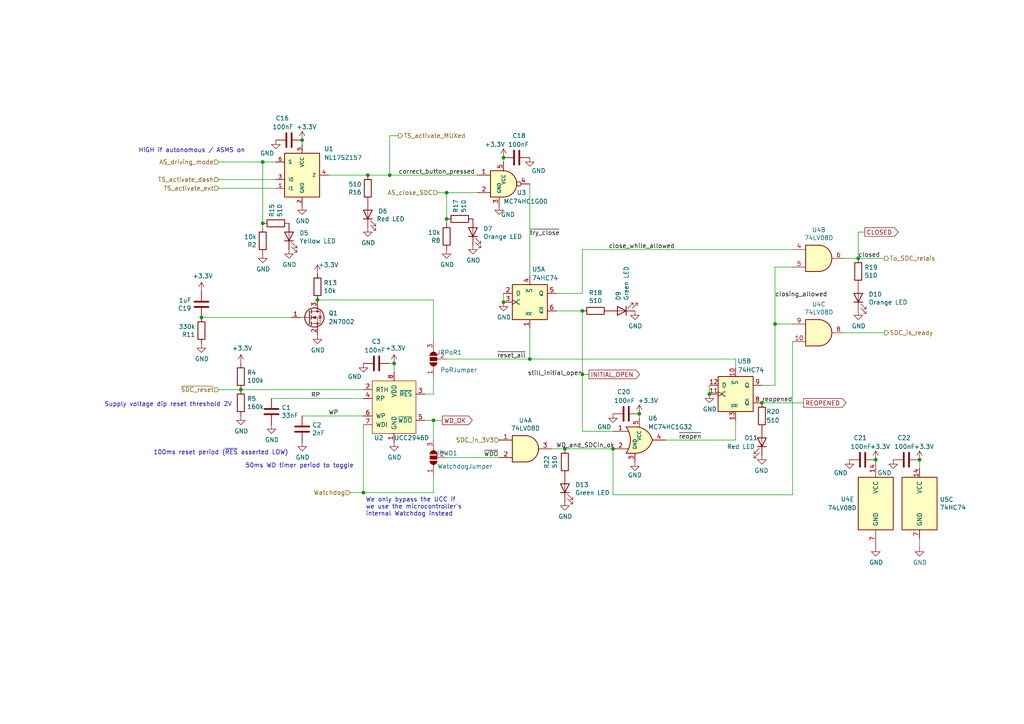
<source format=kicad_sch>
(kicad_sch (version 20211123) (generator eeschema)
  (paper "A4")
  (title_block (title "SDCL - Non-Programmable Logic") (date "2021-12-16") (rev "v1.0") (company "FaSTTUBe - Formula Student Team TU Berlin") (comment 1 "Car 113") (comment 2 "EBS Electronics") (comment 3 "Compliance for rule T 14.5.1 and T 14.5.2") (comment 4 "Hard-Wired logic for SDC relay latching and activation buttons"))
  (lib_symbols
    (symbol "74xx:74HC74" (pin_names (offset 1.016))
      (property "Reference" "U" (at -7.62 8.89 0))
      (property "Value" "74HC74" (at -7.62 -8.89 0))
      (symbol "74HC74_1_0"
        (pin input line (at 0 -7.62 90) (length 2.54) (name "~{R}") (number "1"))
        (pin input line (at -7.62 2.54 0) (length 2.54) (name "D") (number "2"))
        (pin input clock (at -7.62 0 0) (length 2.54) (name "C") (number "3"))
        (pin input line (at 0 7.62 270) (length 2.54) (name "~{S}") (number "4"))
        (pin output line (at 7.62 2.54 180) (length 2.54) (name "Q") (number "5"))
        (pin output line (at 7.62 -2.54 180) (length 2.54) (name "~{Q}") (number "6"))
      )
      (symbol "74HC74_1_1"
        (rectangle (start -5.08 5.08) (end 5.08 -5.08) (stroke (width 0.254)) (fill (type background)))
      )
      (symbol "74HC74_2_0"
        (pin input line (at 0 7.62 270) (length 2.54) (name "~{S}") (number "10"))
        (pin input clock (at -7.62 0 0) (length 2.54) (name "C") (number "11"))
        (pin input line (at -7.62 2.54 0) (length 2.54) (name "D") (number "12"))
        (pin input line (at 0 -7.62 90) (length 2.54) (name "~{R}") (number "13"))
        (pin output line (at 7.62 -2.54 180) (length 2.54) (name "~{Q}") (number "8"))
        (pin output line (at 7.62 2.54 180) (length 2.54) (name "Q") (number "9"))
      )
      (symbol "74HC74_2_1"
        (rectangle (start -5.08 5.08) (end 5.08 -5.08) (stroke (width 0.254)) (fill (type background)))
      )
      (symbol "74HC74_3_0"
        (pin power_in line (at 0 10.16 270) (length 2.54) (name "VCC") (number "14"))
        (pin power_in line (at 0 -10.16 90) (length 2.54) (name "GND") (number "7"))
      )
      (symbol "74HC74_3_1"
        (rectangle (start -5.08 7.62) (end 5.08 -7.62) (stroke (width 0.254)) (fill (type background)))
      )
    )
    (symbol "Custom:74LV08D" (pin_names (offset 1.016))
      (property "Reference" "U" (at 3.81 6.35 0))
      (property "Value" "74LV08D" (at 7.62 3.81 0))
      (symbol "74LV08D_1_1"
        (arc (start 0 -3.81) (mid 3.81 0) (end 0 3.81) (stroke (width 0.254)) (fill (type background)))
        (polyline (pts (xy 0 3.81) (xy -3.81 3.81) (xy -3.81 -3.81) (xy 0 -3.81)) (stroke (width 0.254)) (fill (type background)))
        (pin input line (at -7.62 2.54 0) (length 3.81) (name "~") (number "1"))
        (pin input line (at -7.62 -2.54 0) (length 3.81) (name "~") (number "2"))
        (pin output line (at 7.62 0 180) (length 3.81) (name "~") (number "3"))
      )
      (symbol "74LV08D_1_2"
        (arc (start -3.81 -3.81) (mid -2.589 0) (end -3.81 3.81) (stroke (width 0.254)))
        (arc (start -0.6096 -3.81) (mid 2.1842 -2.5851) (end 3.81 0) (stroke (width 0.254)) (fill (type background)))
        (polyline (pts (xy -3.81 -3.81) (xy -0.635 -3.81)) (stroke (width 0.254)) (fill (type background)))
        (polyline (pts (xy -3.81 3.81) (xy -0.635 3.81)) (stroke (width 0.254)) (fill (type background)))
        (polyline (pts (xy -0.635 3.81) (xy -3.81 3.81) (xy -3.81 3.81) (xy -3.556 3.4036) (xy -3.0226 2.2606) (xy -2.6924 1.0414) (xy -2.6162 -0.254) (xy -2.7686 -1.4986) (xy -3.175 -2.7178) (xy -3.81 -3.81) (xy -3.81 -3.81) (xy -0.635 -3.81)) (stroke (width -25.4)) (fill (type background)))
        (arc (start 3.81 0) (mid 2.1915 2.5936) (end -0.6096 3.81) (stroke (width 0.254)) (fill (type background)))
        (pin input inverted (at -7.62 2.54 0) (length 4.318) (name "~") (number "1"))
        (pin input inverted (at -7.62 -2.54 0) (length 4.318) (name "~") (number "2"))
        (pin output inverted (at 7.62 0 180) (length 3.81) (name "~") (number "3"))
      )
      (symbol "74LV08D_2_1"
        (arc (start 0 -3.81) (mid 3.81 0) (end 0 3.81) (stroke (width 0.254)) (fill (type background)))
        (polyline (pts (xy 0 3.81) (xy -3.81 3.81) (xy -3.81 -3.81) (xy 0 -3.81)) (stroke (width 0.254)) (fill (type background)))
        (pin input line (at -7.62 2.54 0) (length 3.81) (name "~") (number "4"))
        (pin input line (at -7.62 -2.54 0) (length 3.81) (name "~") (number "5"))
        (pin output line (at 7.62 0 180) (length 3.81) (name "~") (number "6"))
      )
      (symbol "74LV08D_2_2"
        (arc (start -3.81 -3.81) (mid -2.589 0) (end -3.81 3.81) (stroke (width 0.254)))
        (arc (start -0.6096 -3.81) (mid 2.1842 -2.5851) (end 3.81 0) (stroke (width 0.254)) (fill (type background)))
        (polyline (pts (xy -3.81 -3.81) (xy -0.635 -3.81)) (stroke (width 0.254)) (fill (type background)))
        (polyline (pts (xy -3.81 3.81) (xy -0.635 3.81)) (stroke (width 0.254)) (fill (type background)))
        (polyline (pts (xy -0.635 3.81) (xy -3.81 3.81) (xy -3.81 3.81) (xy -3.556 3.4036) (xy -3.0226 2.2606) (xy -2.6924 1.0414) (xy -2.6162 -0.254) (xy -2.7686 -1.4986) (xy -3.175 -2.7178) (xy -3.81 -3.81) (xy -3.81 -3.81) (xy -0.635 -3.81)) (stroke (width -25.4)) (fill (type background)))
        (arc (start 3.81 0) (mid 2.1915 2.5936) (end -0.6096 3.81) (stroke (width 0.254)) (fill (type background)))
        (pin input inverted (at -7.62 2.54 0) (length 4.318) (name "~") (number "4"))
        (pin input inverted (at -7.62 -2.54 0) (length 4.318) (name "~") (number "5"))
        (pin output inverted (at 7.62 0 180) (length 3.81) (name "~") (number "6"))
      )
      (symbol "74LV08D_3_1"
        (arc (start 0 -3.81) (mid 3.81 0) (end 0 3.81) (stroke (width 0.254)) (fill (type background)))
        (polyline (pts (xy 0 3.81) (xy -3.81 3.81) (xy -3.81 -3.81) (xy 0 -3.81)) (stroke (width 0.254)) (fill (type background)))
        (pin input line (at -7.62 -2.54 0) (length 3.81) (name "~") (number "10"))
        (pin output line (at 7.62 0 180) (length 3.81) (name "~") (number "8"))
        (pin input line (at -7.62 2.54 0) (length 3.81) (name "~") (number "9"))
      )
      (symbol "74LV08D_3_2"
        (arc (start -3.81 -3.81) (mid -2.589 0) (end -3.81 3.81) (stroke (width 0.254)))
        (arc (start -0.6096 -3.81) (mid 2.1842 -2.5851) (end 3.81 0) (stroke (width 0.254)) (fill (type background)))
        (polyline (pts (xy -3.81 -3.81) (xy -0.635 -3.81)) (stroke (width 0.254)) (fill (type background)))
        (polyline (pts (xy -3.81 3.81) (xy -0.635 3.81)) (stroke (width 0.254)) (fill (type background)))
        (polyline (pts (xy -0.635 3.81) (xy -3.81 3.81) (xy -3.81 3.81) (xy -3.556 3.4036) (xy -3.0226 2.2606) (xy -2.6924 1.0414) (xy -2.6162 -0.254) (xy -2.7686 -1.4986) (xy -3.175 -2.7178) (xy -3.81 -3.81) (xy -3.81 -3.81) (xy -0.635 -3.81)) (stroke (width -25.4)) (fill (type background)))
        (arc (start 3.81 0) (mid 2.1915 2.5936) (end -0.6096 3.81) (stroke (width 0.254)) (fill (type background)))
        (pin input inverted (at -7.62 -2.54 0) (length 4.318) (name "~") (number "10"))
        (pin output inverted (at 7.62 0 180) (length 3.81) (name "~") (number "8"))
        (pin input inverted (at -7.62 2.54 0) (length 4.318) (name "~") (number "9"))
      )
      (symbol "74LV08D_4_1"
        (arc (start 0 -3.81) (mid 3.81 0) (end 0 3.81) (stroke (width 0.254)) (fill (type background)))
        (polyline (pts (xy 0 3.81) (xy -3.81 3.81) (xy -3.81 -3.81) (xy 0 -3.81)) (stroke (width 0.254)) (fill (type background)))
        (pin output line (at 7.62 0 180) (length 3.81) (name "~") (number "11"))
        (pin input line (at -7.62 2.54 0) (length 3.81) (name "~") (number "12"))
        (pin input line (at -7.62 -2.54 0) (length 3.81) (name "~") (number "13"))
      )
      (symbol "74LV08D_4_2"
        (arc (start -3.81 -3.81) (mid -2.589 0) (end -3.81 3.81) (stroke (width 0.254)))
        (arc (start -0.6096 -3.81) (mid 2.1842 -2.5851) (end 3.81 0) (stroke (width 0.254)) (fill (type background)))
        (polyline (pts (xy -3.81 -3.81) (xy -0.635 -3.81)) (stroke (width 0.254)) (fill (type background)))
        (polyline (pts (xy -3.81 3.81) (xy -0.635 3.81)) (stroke (width 0.254)) (fill (type background)))
        (polyline (pts (xy -0.635 3.81) (xy -3.81 3.81) (xy -3.81 3.81) (xy -3.556 3.4036) (xy -3.0226 2.2606) (xy -2.6924 1.0414) (xy -2.6162 -0.254) (xy -2.7686 -1.4986) (xy -3.175 -2.7178) (xy -3.81 -3.81) (xy -3.81 -3.81) (xy -0.635 -3.81)) (stroke (width -25.4)) (fill (type background)))
        (arc (start 3.81 0) (mid 2.1915 2.5936) (end -0.6096 3.81) (stroke (width 0.254)) (fill (type background)))
        (pin output inverted (at 7.62 0 180) (length 3.81) (name "~") (number "11"))
        (pin input inverted (at -7.62 2.54 0) (length 4.318) (name "~") (number "12"))
        (pin input inverted (at -7.62 -2.54 0) (length 4.318) (name "~") (number "13"))
      )
      (symbol "74LV08D_5_0"
        (pin power_in line (at 0 12.7 270) (length 5.08) (name "VCC") (number "14"))
        (pin power_in line (at 0 -12.7 90) (length 5.08) (name "GND") (number "7"))
      )
      (symbol "74LV08D_5_1"
        (rectangle (start -5.08 7.62) (end 5.08 -7.62) (stroke (width 0.254)) (fill (type background)))
      )
    )
    (symbol "Custom:MC74HC1G00" (pin_names (offset 1.016))
      (property "Reference" "U" (at 1.27 7.62 0))
      (property "Value" "MC74HC1G00" (at 7.62 5.08 0))
      (symbol "MC74HC1G00_1_1"
        (arc (start 0 -3.81) (mid 3.81 0) (end 0 3.81) (stroke (width 0.254)) (fill (type background)))
        (polyline (pts (xy 0 3.81) (xy -3.81 3.81) (xy -3.81 -3.81) (xy 0 -3.81)) (stroke (width 0.254)) (fill (type background)))
        (pin input line (at -7.62 2.54 0) (length 3.81) (name "~") (number "1"))
        (pin input line (at -7.62 -2.54 0) (length 3.81) (name "~") (number "2"))
        (pin power_in line (at -1.27 -6.35 90) (length 2.54) (name "GND") (number "3"))
        (pin output inverted (at 7.62 0 180) (length 3.81) (name "~") (number "4"))
        (pin power_in line (at 0 6.35 270) (length 2.54) (name "VCC") (number "5"))
      )
      (symbol "MC74HC1G00_1_2"
        (arc (start -3.81 -3.81) (mid -2.589 0) (end -3.81 3.81) (stroke (width 0.254)))
        (arc (start -0.6096 -3.81) (mid 2.1842 -2.5851) (end 3.81 0) (stroke (width 0.254)) (fill (type background)))
        (polyline (pts (xy -3.81 -3.81) (xy -0.635 -3.81)) (stroke (width 0.254)) (fill (type background)))
        (polyline (pts (xy -3.81 3.81) (xy -0.635 3.81)) (stroke (width 0.254)) (fill (type background)))
        (polyline (pts (xy -0.635 3.81) (xy -3.81 3.81) (xy -3.81 3.81) (xy -3.556 3.4036) (xy -3.0226 2.2606) (xy -2.6924 1.0414) (xy -2.6162 -0.254) (xy -2.7686 -1.4986) (xy -3.175 -2.7178) (xy -3.81 -3.81) (xy -3.81 -3.81) (xy -0.635 -3.81)) (stroke (width -25.4)) (fill (type background)))
        (arc (start 3.81 0) (mid 2.1915 2.5936) (end -0.6096 3.81) (stroke (width 0.254)) (fill (type background)))
        (pin input inverted (at -7.62 2.54 0) (length 4.318) (name "~") (number "1"))
        (pin input inverted (at -7.62 -2.54 0) (length 4.318) (name "~") (number "2"))
        (pin output line (at 7.62 0 180) (length 3.81) (name "~") (number "3"))
      )
    )
    (symbol "Custom:MC74HC1G32" (pin_names (offset 1.016))
      (property "Reference" "U" (at 3.81 6.35 0))
      (property "Value" "MC74HC1G32" (at 8.89 3.81 0))
      (symbol "MC74HC1G32_1_1"
        (arc (start -3.81 -3.81) (mid -2.589 0) (end -3.81 3.81) (stroke (width 0.254)))
        (arc (start -0.6096 -3.81) (mid 2.1842 -2.5851) (end 3.81 0) (stroke (width 0.254)) (fill (type background)))
        (polyline (pts (xy -3.81 -3.81) (xy -0.635 -3.81)) (stroke (width 0.254)) (fill (type background)))
        (polyline (pts (xy -3.81 3.81) (xy -0.635 3.81)) (stroke (width 0.254)) (fill (type background)))
        (polyline (pts (xy -0.635 3.81) (xy -3.81 3.81) (xy -3.81 3.81) (xy -3.556 3.4036) (xy -3.0226 2.2606) (xy -2.6924 1.0414) (xy -2.6162 -0.254) (xy -2.7686 -1.4986) (xy -3.175 -2.7178) (xy -3.81 -3.81) (xy -3.81 -3.81) (xy -0.635 -3.81)) (stroke (width -25.4)) (fill (type background)))
        (arc (start 3.81 0) (mid 2.1915 2.5936) (end -0.6096 3.81) (stroke (width 0.254)) (fill (type background)))
        (pin input line (at -7.62 2.54 0) (length 4.318) (name "~") (number "1"))
        (pin input line (at -7.62 -2.54 0) (length 4.318) (name "~") (number "2"))
        (pin power_in line (at -1.27 -6.35 90) (length 2.54) (name "GND") (number "3"))
        (pin output line (at 7.62 0 180) (length 3.81) (name "~") (number "4"))
        (pin power_in line (at 0 6.35 270) (length 2.54) (name "VCC") (number "5"))
      )
      (symbol "MC74HC1G32_1_2"
        (arc (start 0 -3.81) (mid 3.81 0) (end 0 3.81) (stroke (width 0.254)) (fill (type background)))
        (polyline (pts (xy 0 3.81) (xy -3.81 3.81) (xy -3.81 -3.81) (xy 0 -3.81)) (stroke (width 0.254)) (fill (type background)))
        (pin input inverted (at -7.62 2.54 0) (length 3.81) (name "~") (number "1"))
        (pin input inverted (at -7.62 -2.54 0) (length 3.81) (name "~") (number "2"))
        (pin output inverted (at 7.62 0 180) (length 3.81) (name "~") (number "3"))
      )
    )
    (symbol "Custom:NL17SZ157" (pin_names (offset 1.016))
      (property "Reference" "U" (at 0 15.24 0))
      (property "Value" "NL17SZ157" (at 0 12.7 0))
      (symbol "NL17SZ157_1_1"
        (rectangle (start -5.08 6.35) (end 5.08 -6.35) (stroke (width 0.254)) (fill (type background)))
        (pin input line (at -7.62 -3.81 0) (length 2.54) (name "I1") (number "1"))
        (pin power_in line (at 0 -8.89 90) (length 2.54) (name "GND") (number "2"))
        (pin input line (at -7.62 -1.27 0) (length 2.54) (name "I0") (number "3"))
        (pin output line (at 7.62 0 180) (length 2.54) (name "Z") (number "4"))
        (pin power_in line (at 0 8.89 270) (length 2.54) (name "VCC") (number "5"))
        (pin input line (at -7.62 3.81 0) (length 2.54) (name "S") (number "6"))
      )
    )
    (symbol "Custom:UCC2946" (pin_names (offset 1.016))
      (property "Reference" "U" (at 0 15.24 0))
      (property "Value" "UCC2946" (at 0 12.7 0))
      (symbol "UCC2946_0_1"
        (rectangle (start -6.35 7.62) (end 6.35 -7.62) (fill (type background)))
      )
      (symbol "UCC2946_1_1"
        (pin power_in line (at 0 -10.16 90) (length 2.54) (name "GND") (number "1"))
        (pin input line (at -8.89 5.08 0) (length 2.54) (name "RTH") (number "2"))
        (pin input line (at 8.89 3.81 180) (length 2.54) (name "~{RES}") (number "3"))
        (pin input line (at -8.89 2.54 0) (length 2.54) (name "RP") (number "4"))
        (pin input line (at 8.89 -3.81 180) (length 2.54) (name "~{WDO}") (number "5"))
        (pin input line (at -8.89 -2.54 0) (length 2.54) (name "WP") (number "6"))
        (pin input line (at -8.89 -5.08 0) (length 2.54) (name "WDI") (number "7"))
        (pin power_in line (at 0 10.16 270) (length 2.54) (name "VDD") (number "8"))
      )
    )
    (symbol "Device:C" (pin_numbers hide) (pin_names (offset 0.254))
      (property "Reference" "C" (at 0.635 2.54 0))
      (property "Value" "C" (at 0.635 -2.54 0))
      (symbol "C_0_1"
        (polyline (pts (xy -2.032 -0.762) (xy 2.032 -0.762)) (stroke (width 0.508)))
        (polyline (pts (xy -2.032 0.762) (xy 2.032 0.762)) (stroke (width 0.508)))
      )
      (symbol "C_1_1"
        (pin passive line (at 0 3.81 270) (length 2.794) (name "~") (number "1"))
        (pin passive line (at 0 -3.81 90) (length 2.794) (name "~") (number "2"))
      )
    )
    (symbol "Device:LED" (pin_numbers hide) (pin_names (offset 1.016) hide)
      (property "Reference" "D" (at 0 2.54 0))
      (property "Value" "LED" (at 0 -2.54 0))
      (symbol "LED_0_1"
        (polyline (pts (xy -1.27 -1.27) (xy -1.27 1.27)) (stroke (width 0.254)))
        (polyline (pts (xy -1.27 0) (xy 1.27 0)))
        (polyline (pts (xy 1.27 -1.27) (xy 1.27 1.27) (xy -1.27 0) (xy 1.27 -1.27)) (stroke (width 0.254)))
        (polyline (pts (xy -3.048 -0.762) (xy -4.572 -2.286) (xy -3.81 -2.286) (xy -4.572 -2.286) (xy -4.572 -1.524)))
        (polyline (pts (xy -1.778 -0.762) (xy -3.302 -2.286) (xy -2.54 -2.286) (xy -3.302 -2.286) (xy -3.302 -1.524)))
      )
      (symbol "LED_1_1"
        (pin passive line (at -3.81 0 0) (length 2.54) (name "K") (number "1"))
        (pin passive line (at 3.81 0 180) (length 2.54) (name "A") (number "2"))
      )
    )
    (symbol "Device:Q_NMOS_GSD" (pin_names (offset 0) hide)
      (property "Reference" "Q" (at 5.08 1.27 0))
      (property "Value" "Q_NMOS_GSD" (at 5.08 -1.27 0))
      (symbol "Q_NMOS_GSD_0_1"
        (polyline (pts (xy 0.254 0) (xy -2.54 0)))
        (polyline (pts (xy 0.254 1.905) (xy 0.254 -1.905)) (stroke (width 0.254)))
        (polyline (pts (xy 0.762 -1.27) (xy 0.762 -2.286)) (stroke (width 0.254)))
        (polyline (pts (xy 0.762 0.508) (xy 0.762 -0.508)) (stroke (width 0.254)))
        (polyline (pts (xy 0.762 2.286) (xy 0.762 1.27)) (stroke (width 0.254)))
        (polyline (pts (xy 2.54 2.54) (xy 2.54 1.778)))
        (polyline (pts (xy 2.54 -2.54) (xy 2.54 0) (xy 0.762 0)))
        (polyline (pts (xy 0.762 -1.778) (xy 3.302 -1.778) (xy 3.302 1.778) (xy 0.762 1.778)))
        (polyline (pts (xy 1.016 0) (xy 2.032 0.381) (xy 2.032 -0.381) (xy 1.016 0)) (fill (type outline)))
        (polyline (pts (xy 2.794 0.508) (xy 2.921 0.381) (xy 3.683 0.381) (xy 3.81 0.254)))
        (polyline (pts (xy 3.302 0.381) (xy 2.921 -0.254) (xy 3.683 -0.254) (xy 3.302 0.381)))
        (circle (center 1.651 0) (radius 2.794) (stroke (width 0.254)))
        (circle (center 2.54 -1.778) (radius 0.254) (fill (type outline)))
        (circle (center 2.54 1.778) (radius 0.254) (fill (type outline)))
      )
      (symbol "Q_NMOS_GSD_1_1"
        (pin input line (at -5.08 0 0) (length 2.54) (name "G") (number "1"))
        (pin passive line (at 2.54 -5.08 90) (length 2.54) (name "S") (number "2"))
        (pin passive line (at 2.54 5.08 270) (length 2.54) (name "D") (number "3"))
      )
    )
    (symbol "Device:R" (pin_numbers hide) (pin_names (offset 0))
      (property "Reference" "R" (at 2.032 0 90))
      (property "Value" "R" (at 0 0 90))
      (symbol "R_0_1"
        (rectangle (start -1.016 -2.54) (end 1.016 2.54) (stroke (width 0.254)))
      )
      (symbol "R_1_1"
        (pin passive line (at 0 3.81 270) (length 1.27) (name "~") (number "1"))
        (pin passive line (at 0 -3.81 90) (length 1.27) (name "~") (number "2"))
      )
    )
    (symbol "Jumper:SolderJumper_3_Open" (pin_names (offset 0) hide)
      (property "Reference" "JP" (at -2.54 -2.54 0))
      (property "Value" "SolderJumper_3_Open" (at 0 2.794 0))
      (symbol "SolderJumper_3_Open_0_1"
        (arc (start -1.016 1.016) (mid -2.032 0) (end -1.016 -1.016))
        (arc (start -1.016 1.016) (mid -2.032 0) (end -1.016 -1.016) (fill (type outline)))
        (rectangle (start -0.508 1.016) (end 0.508 -1.016) (fill (type outline)))
        (polyline (pts (xy -2.54 0) (xy -2.032 0)))
        (polyline (pts (xy -1.016 1.016) (xy -1.016 -1.016)))
        (polyline (pts (xy 0 -1.27) (xy 0 -1.016)))
        (polyline (pts (xy 1.016 1.016) (xy 1.016 -1.016)))
        (polyline (pts (xy 2.54 0) (xy 2.032 0)))
        (arc (start 1.016 -1.016) (mid 2.032 0) (end 1.016 1.016))
        (arc (start 1.016 -1.016) (mid 2.032 0) (end 1.016 1.016) (fill (type outline)))
      )
      (symbol "SolderJumper_3_Open_1_1"
        (pin passive line (at -5.08 0 0) (length 2.54) (name "A") (number "1"))
        (pin passive line (at 0 -3.81 90) (length 2.54) (name "C") (number "2"))
        (pin passive line (at 5.08 0 180) (length 2.54) (name "B") (number "3"))
      )
    )
    (symbol "power:+3.3V" (power) (pin_names (offset 0))
      (property "Value" "+3.3V" (at 0 3.556 0))
      (symbol "+3.3V_0_1"
        (polyline (pts (xy -0.762 1.27) (xy 0 2.54)))
        (polyline (pts (xy 0 0) (xy 0 2.54)))
        (polyline (pts (xy 0 2.54) (xy 0.762 1.27)))
      )
      (symbol "+3.3V_1_1"
        (pin power_in line (at 0 0 90) (length 0) hide (name "+3.3V") (number "1"))
      )
    )
    (symbol "power:GND" (power) (pin_names (offset 0))
      (property "Value" "GND" (at 0 -3.81 0))
      (symbol "GND_0_1"
        (polyline (pts (xy 0 0) (xy 0 -1.27) (xy 1.27 -1.27) (xy 0 -2.54) (xy -1.27 -1.27) (xy 0 -1.27)))
      )
      (symbol "GND_1_1"
        (pin power_in line (at 0 0 270) (length 0) hide (name "GND") (number "1"))
      )
    )
  )
  (junction (at 185.42 120.015))
  (junction (at 168.91 108.585))
  (junction (at 114.3 105.41))
  (junction (at 224.79 93.98))
  (junction (at 113.03 50.8))
  (junction (at 129.54 63.5))
  (junction (at 220.98 116.84))
  (junction (at 168.91 90.17))
  (junction (at 248.92 74.93))
  (junction (at 266.7 133.35))
  (junction (at 92.075 86.995))
  (junction (at 146.05 87.63))
  (junction (at 125.73 121.92))
  (junction (at 76.2 64.77))
  (junction (at 105.41 142.875))
  (junction (at 163.83 130.175))
  (junction (at 146.05 45.72))
  (junction (at 177.8 130.175))
  (junction (at 106.68 50.8))
  (junction (at 153.67 104.14))
  (junction (at 58.42 92.075))
  (junction (at 254 133.35))
  (junction (at 129.54 55.88))
  (junction (at 69.85 113.03))
  (junction (at 76.2 46.99))
  (junction (at 87.63 40.64))
  (junction (at 205.74 114.3))
  (wire (pts (xy 63.5 54.61) (xy 80.01 54.61)))
  (wire (pts (xy 245.11 96.52) (xy 256.54 96.52)))
  (wire (pts (xy 224.79 111.76) (xy 224.79 93.98)))
  (wire (pts (xy 161.29 85.09) (xy 168.91 85.09)))
  (wire (pts (xy 213.36 104.14) (xy 153.67 104.14)))
  (wire (pts (xy 128.27 121.92) (xy 125.73 121.92)))
  (wire (pts (xy 113.03 50.8) (xy 138.43 50.8)))
  (wire (pts (xy 127 55.88) (xy 129.54 55.88)))
  (wire (pts (xy 113.03 39.37) (xy 115.57 39.37)))
  (wire (pts (xy 153.67 53.34) (xy 153.67 80.01)))
  (wire (pts (xy 87.63 40.64) (xy 87.63 41.91)))
  (wire (pts (xy 168.91 108.585) (xy 168.91 125.095)))
  (wire (pts (xy 69.85 113.03) (xy 105.41 113.03)))
  (wire (pts (xy 125.73 99.06) (xy 125.73 86.995)))
  (wire (pts (xy 250.825 67.31) (xy 248.92 67.31)))
  (wire (pts (xy 224.79 93.98) (xy 224.79 77.47)))
  (wire (pts (xy 123.19 114.3) (xy 125.73 114.3)))
  (wire (pts (xy 106.68 50.8) (xy 113.03 50.8)))
  (wire (pts (xy 125.73 127.635) (xy 125.73 121.92)))
  (wire (pts (xy 63.5 46.99) (xy 76.2 46.99)))
  (wire (pts (xy 224.79 77.47) (xy 229.87 77.47)))
  (wire (pts (xy 129.54 104.14) (xy 153.67 104.14)))
  (wire (pts (xy 129.54 55.88) (xy 138.43 55.88)))
  (wire (pts (xy 213.36 127.635) (xy 213.36 121.92)))
  (wire (pts (xy 76.2 46.99) (xy 76.2 64.77)))
  (wire (pts (xy 125.73 137.795) (xy 125.73 142.875)))
  (wire (pts (xy 168.91 90.17) (xy 161.29 90.17)))
  (wire (pts (xy 163.83 130.175) (xy 177.8 130.175)))
  (wire (pts (xy 95.25 50.8) (xy 106.68 50.8)))
  (wire (pts (xy 185.42 120.015) (xy 185.42 121.285)))
  (wire (pts (xy 168.91 90.17) (xy 168.91 108.585)))
  (wire (pts (xy 213.36 104.14) (xy 213.36 106.68)))
  (wire (pts (xy 63.5 113.03) (xy 69.85 113.03)))
  (wire (pts (xy 266.7 135.89) (xy 266.7 133.35)))
  (wire (pts (xy 78.74 115.57) (xy 105.41 115.57)))
  (wire (pts (xy 193.04 127.635) (xy 213.36 127.635)))
  (wire (pts (xy 58.42 92.075) (xy 84.455 92.075)))
  (wire (pts (xy 113.03 105.41) (xy 114.3 105.41)))
  (wire (pts (xy 177.8 143.51) (xy 177.8 130.175)))
  (wire (pts (xy 114.3 105.41) (xy 114.3 107.95)))
  (wire (pts (xy 129.54 132.715) (xy 144.78 132.715)))
  (wire (pts (xy 153.67 95.25) (xy 153.67 104.14)))
  (wire (pts (xy 168.91 72.39) (xy 168.91 85.09)))
  (wire (pts (xy 123.19 121.92) (xy 125.73 121.92)))
  (wire (pts (xy 220.98 116.84) (xy 233.045 116.84)))
  (wire (pts (xy 129.54 63.5) (xy 129.54 64.77)))
  (wire (pts (xy 220.98 111.76) (xy 224.79 111.76)))
  (wire (pts (xy 125.73 142.875) (xy 105.41 142.875)))
  (wire (pts (xy 125.73 86.995) (xy 92.075 86.995)))
  (wire (pts (xy 266.7 158.75) (xy 266.7 156.21)))
  (wire (pts (xy 160.02 130.175) (xy 163.83 130.175)))
  (wire (pts (xy 248.92 74.93) (xy 256.54 74.93)))
  (wire (pts (xy 101.6 142.875) (xy 105.41 142.875)))
  (wire (pts (xy 146.05 45.72) (xy 146.05 46.99)))
  (wire (pts (xy 76.2 64.77) (xy 76.2 66.04)))
  (wire (pts (xy 63.5 52.07) (xy 80.01 52.07)))
  (wire (pts (xy 168.91 125.095) (xy 177.8 125.095)))
  (wire (pts (xy 205.74 111.76) (xy 205.74 114.3)))
  (wire (pts (xy 248.92 67.31) (xy 248.92 74.93)))
  (wire (pts (xy 146.05 85.09) (xy 146.05 87.63)))
  (wire (pts (xy 129.54 55.88) (xy 129.54 63.5)))
  (wire (pts (xy 113.03 39.37) (xy 113.03 50.8)))
  (wire (pts (xy 229.87 93.98) (xy 224.79 93.98)))
  (wire (pts (xy 168.91 72.39) (xy 229.87 72.39)))
  (wire (pts (xy 105.41 142.875) (xy 105.41 123.19)))
  (wire (pts (xy 125.73 109.22) (xy 125.73 114.3)))
  (wire (pts (xy 76.2 46.99) (xy 80.01 46.99)))
  (wire (pts (xy 168.91 108.585) (xy 170.815 108.585)))
  (wire (pts (xy 245.11 74.93) (xy 248.92 74.93)))
  (wire (pts (xy 229.87 99.06) (xy 229.87 143.51)))
  (wire (pts (xy 229.87 143.51) (xy 177.8 143.51)))
  (wire (pts (xy 87.63 120.65) (xy 105.41 120.65)))
  (text "Supply voltage dip reset threshold 2V" (at 67.31 118.11 180) (effects (font (size 1.27 1.27)) (justify right bottom)))
  (text "100ms reset period (~{RES} asserted LOW)" (at 44.45 132.08 0) (effects (font (size 1.27 1.27)) (justify left bottom)))
  (text "50ms WD timer period to toggle" (at 71.12 135.89 0) (effects (font (size 1.27 1.27)) (justify left bottom)))
  (text "HIGH if autonomous / ASMS on" (at 71.12 44.45 180) (effects (font (size 1.27 1.27)) (justify right bottom)))
  (text "We only bypass the UCC if\nwe use the microcontroller's\ninternal Watchdog instead\n" (at 106.045 149.86 0) (effects (font (size 1.27 1.27)) (justify left bottom)))
  (label "~{reopen}" (at 196.85 127.635 0))
  (label "reopened" (at 220.98 116.84 0))
  (label "correct_button_pressed" (at 115.57 50.8 0))
  (label "WP" (at 95.25 120.65 0))
  (label "WD_and_SDCin_ok" (at 161.29 130.175 0))
  (label "close_while_allowed" (at 176.53 72.39 0))
  (label "~{reset_all}" (at 144.145 104.14 0))
  (label "closing_allowed" (at 224.79 86.36 0))
  (label "~{WDO}" (at 140.335 132.715 0))
  (label "still_initial_open" (at 168.91 109.22 180))
  (label "closed" (at 248.92 74.93 0))
  (label "RP" (at 90.17 115.57 0))
  (label "~{try_close}" (at 153.67 68.58 0))
  (global_label "WD_OK" (shape output) (at 128.27 121.92 0) (property "Intersheet References" "${INTERSHEET_REFS}" (effects hide)))
  (global_label "CLOSED" (shape output) (at 250.825 67.31 0) (property "Intersheet References" "${INTERSHEET_REFS}" (effects hide)))
  (global_label "INITIAL_OPEN" (shape output) (at 170.815 108.585 0) (property "Intersheet References" "${INTERSHEET_REFS}" (effects hide)))
  (global_label "REOPENED" (shape output) (at 233.045 116.84 0) (property "Intersheet References" "${INTERSHEET_REFS}" (effects hide)))
  (hierarchical_label "SDC_in_3V3" (shape input) (at 144.78 127.635 180))
  (hierarchical_label "TS_activate_dash" (shape input) (at 63.5 52.07 180))
  (hierarchical_label "~{SDC_reset}" (shape input) (at 63.5 113.03 180))
  (hierarchical_label "AS_close_SDC" (shape input) (at 127 55.88 180))
  (hierarchical_label "SDC_is_ready" (shape output) (at 256.54 96.52 0))
  (hierarchical_label "TS_activate_MUXed" (shape output) (at 115.57 39.37 0))
  (hierarchical_label "AS_driving_mode" (shape input) (at 63.5 46.99 180))
  (hierarchical_label "TS_activate_ext" (shape input) (at 63.5 54.61 180))
  (hierarchical_label "Watchdog" (shape input) (at 101.6 142.875 180))
  (hierarchical_label "To_SDC_relais" (shape output) (at 256.54 74.93 0))
  (symbol (lib_id "Device:C") (at 78.74 119.38 0) (unit 1)
    (property "Reference" "C1" (at 81.661 118.2116 0) (effects (justify left)))
    (property "Value" "33nF" (at 81.661 120.523 0) (effects (justify left)))
    (property "Footprint" "Capacitor_SMD:C_0603_1608Metric_Pad1.05x0.95mm_HandSolder" (effects hide))
  )
  (symbol (lib_id "Device:C") (at 87.63 124.46 0) (unit 1)
    (property "Reference" "C2" (at 90.551 123.2916 0) (effects (justify left)))
    (property "Value" "2nF" (at 90.551 125.603 0) (effects (justify left)))
    (property "Footprint" "Capacitor_SMD:C_0603_1608Metric_Pad1.05x0.95mm_HandSolder" (effects hide))
  )
  (symbol (lib_id "Custom:UCC2946") (at 114.3 118.11 0) (unit 1)
    (property "Reference" "U2" (at 109.855 127 0))
    (property "Value" "UCC2946D" (at 119.38 127 0))
    (property "Footprint" "Package_SO:SOIC-8_3.9x4.9mm_P1.27mm" (effects hide))
    (property "Datasheet" "https://www.ti.com/lit/ds/symlink/ucc2946.pdf" (effects hide))
  )
  (symbol (lib_id "Device:C") (at 109.22 105.41 90) (unit 1)
    (property "Reference" "C3" (at 110.49 99.06 90) (effects (justify left)))
    (property "Value" "100nF" (at 111.76 101.6 90) (effects (justify left)))
    (property "Footprint" "Capacitor_SMD:C_0603_1608Metric_Pad1.05x0.95mm_HandSolder" (effects hide))
  )
  (symbol (lib_id "Device:R") (at 69.85 116.84 0) (unit 1)
    (property "Reference" "R5" (at 71.628 115.6716 0) (effects (justify left)))
    (property "Value" "160k" (at 71.628 117.983 0) (effects (justify left)))
    (property "Footprint" "Resistor_SMD:R_0603_1608Metric_Pad1.05x0.95mm_HandSolder" (effects hide))
  )
  (symbol (lib_id "Device:R") (at 69.85 109.22 0) (unit 1)
    (property "Reference" "R4" (at 71.628 108.0516 0) (effects (justify left)))
    (property "Value" "100k" (at 71.628 110.363 0) (effects (justify left)))
    (property "Footprint" "Resistor_SMD:R_0603_1608Metric_Pad1.05x0.95mm_HandSolder" (effects hide))
  )
  (symbol (lib_id "Device:R") (at 76.2 69.85 180) (unit 1)
    (property "Reference" "R2" (at 74.422 71.0184 0) (effects (justify left)))
    (property "Value" "10k" (at 74.422 68.707 0) (effects (justify left)))
    (property "Footprint" "Resistor_SMD:R_0603_1608Metric_Pad1.05x0.95mm_HandSolder" (effects hide))
  )
  (symbol (lib_id "power:GND") (at 76.2 73.66 0) (unit 1)
    (property "Reference" "#PWR0109" (effects hide))
    (property "Value" "GND" (at 76.327 78.0542 0))
  )
  (symbol (lib_id "Device:R") (at 129.54 68.58 180) (unit 1)
    (property "Reference" "R8" (at 127.762 69.7484 0) (effects (justify left)))
    (property "Value" "10k" (at 127.762 67.437 0) (effects (justify left)))
    (property "Footprint" "Resistor_SMD:R_0603_1608Metric_Pad1.05x0.95mm_HandSolder" (effects hide))
  )
  (symbol (lib_id "Custom:MC74HC1G00") (at 146.05 53.34 0) (unit 1)
    (property "Reference" "U3" (at 149.86 55.88 0) (effects (justify left)))
    (property "Value" "MC74HC1G00" (at 146.05 58.42 0) (effects (justify left)))
    (property "Footprint" "Custom:SC-74A-5_1.5x2.9mm_P0.95mm" (effects hide))
    (property "Datasheet" "http://www.ti.com/lit/gpn/sn74ls00" (effects hide))
  )
  (symbol (lib_id "power:GND") (at 144.78 59.69 0) (unit 1)
    (property "Reference" "#PWR0122" (effects hide))
    (property "Value" "GND" (at 147.32 62.23 0))
  )
  (symbol (lib_id "power:GND") (at 129.54 72.39 0) (unit 1)
    (property "Reference" "#PWR0111" (effects hide))
    (property "Value" "GND" (at 129.667 76.7842 0))
  )
  (symbol (lib_id "Custom:MC74HC1G32") (at 185.42 127.635 0) (unit 1)
    (property "Reference" "U6" (at 187.96 121.285 0) (effects (justify left)))
    (property "Value" "MC74HC1G32" (at 187.96 123.825 0) (effects (justify left)))
    (property "Footprint" "Custom:SC-74A-5_1.5x2.9mm_P0.95mm" (effects hide))
    (property "Datasheet" "https://www.mouser.de/datasheet/2/308/1/MC74HC1G32_D-2315545.pdf" (effects hide))
  )
  (symbol (lib_id "power:GND") (at 184.15 133.985 0) (unit 1)
    (property "Reference" "#PWR0124" (effects hide))
    (property "Value" "GND" (at 184.15 137.795 0))
  )
  (symbol (lib_id "power:+3.3V") (at 185.42 120.015 0) (unit 1)
    (property "Reference" "#PWR0125" (effects hide))
    (property "Value" "+3.3V" (at 187.96 116.205 0))
  )
  (symbol (lib_id "power:GND") (at 105.41 105.41 0) (unit 1)
    (property "Reference" "#PWR0112" (effects hide))
    (property "Value" "GND" (at 102.87 109.22 0))
  )
  (symbol (lib_id "Custom:74LV08D") (at 152.4 130.175 0) (unit 1)
    (property "Reference" "U4" (at 152.4 121.92 0))
    (property "Value" "74LV08D" (at 152.4 124.2314 0))
    (property "Footprint" "Package_SO:SOIC-14_3.9x8.7mm_P1.27mm" (effects hide))
    (property "Datasheet" "https://www.mouser.de/datasheet/2/916/74LV08-1388983.pdf" (effects hide))
  )
  (symbol (lib_id "power:GND") (at 87.63 128.27 0) (unit 1)
    (property "Reference" "#PWR0113" (effects hide))
    (property "Value" "GND" (at 87.757 132.6642 0))
  )
  (symbol (lib_id "Custom:74LV08D") (at 237.49 74.93 0) (unit 2)
    (property "Reference" "U4" (at 237.49 66.675 0))
    (property "Value" "74LV08D" (at 237.49 68.9864 0))
    (property "Footprint" "Package_SO:SOIC-14_3.9x8.7mm_P1.27mm" (effects hide))
    (property "Datasheet" "https://www.mouser.de/datasheet/2/916/74LV08-1388983.pdf" (effects hide))
  )
  (symbol (lib_id "Custom:74LV08D") (at 237.49 96.52 0) (unit 3)
    (property "Reference" "U4" (at 237.49 88.265 0))
    (property "Value" "74LV08D" (at 237.49 90.5764 0))
    (property "Footprint" "Package_SO:SOIC-14_3.9x8.7mm_P1.27mm" (effects hide))
    (property "Datasheet" "https://www.mouser.de/datasheet/2/916/74LV08-1388983.pdf" (effects hide))
  )
  (symbol (lib_id "power:GND") (at 146.05 87.63 0) (unit 1)
    (property "Reference" "#PWR0115" (effects hide))
    (property "Value" "GND" (at 146.177 92.0242 0))
  )
  (symbol (lib_id "Custom:74LV08D") (at 254 146.05 0) (unit 5)
    (property "Reference" "U4" (at 243.84 144.78 0) (effects (justify left)))
    (property "Value" "74LV08D" (at 240.03 147.32 0) (effects (justify left)))
    (property "Footprint" "Package_SO:SOIC-14_3.9x8.7mm_P1.27mm" (effects hide))
    (property "Datasheet" "https://www.mouser.de/datasheet/2/916/74LV08-1388983.pdf" (effects hide))
  )
  (symbol (lib_id "power:GND") (at 205.74 114.3 0) (unit 1)
    (property "Reference" "#PWR0118" (effects hide))
    (property "Value" "GND" (at 205.867 118.6942 0))
  )
  (symbol (lib_id "power:+3.3V") (at 254 133.35 0) (unit 1)
    (property "Reference" "#PWR0126" (effects hide))
    (property "Value" "+3.3V" (at 255.27 129.54 0))
  )
  (symbol (lib_id "power:GND") (at 254 158.75 0) (unit 1)
    (property "Reference" "#PWR0127" (effects hide))
    (property "Value" "GND" (at 254.127 163.1442 0))
  )
  (symbol (lib_id "power:+3.3V") (at 114.3 105.41 0) (unit 1)
    (property "Reference" "#PWR0128" (effects hide))
    (property "Value" "+3.3V" (at 114.681 101.0158 0))
  )
  (symbol (lib_id "power:+3.3V") (at 69.85 105.41 0) (unit 1)
    (property "Reference" "#PWR0129" (effects hide))
    (property "Value" "+3.3V" (at 70.231 101.0158 0))
  )
  (symbol (lib_id "power:GND") (at 69.85 120.65 0) (unit 1)
    (property "Reference" "#PWR0130" (effects hide))
    (property "Value" "GND" (at 69.977 125.0442 0))
  )
  (symbol (lib_id "power:GND") (at 78.74 123.19 0) (unit 1)
    (property "Reference" "#PWR0131" (effects hide))
    (property "Value" "GND" (at 78.867 127.5842 0))
  )
  (symbol (lib_id "Custom:NL17SZ157") (at 87.63 50.8 0) (unit 1)
    (property "Reference" "U1" (at 93.98 43.18 0) (effects (justify left)))
    (property "Value" "NL17SZ157" (at 93.98 45.72 0) (effects (justify left)))
    (property "Footprint" "Custom:SC-74-6_1.5x2.9mm_P0.95mm" (effects hide))
    (property "Datasheet" "https://www.mouser.de/datasheet/2/308/1/NL17SZ157_D-2318109.pdf" (effects hide))
  )
  (symbol (lib_id "power:GND") (at 114.3 128.27 0) (unit 1)
    (property "Reference" "#PWR0132" (effects hide))
    (property "Value" "GND" (at 114.427 132.6642 0))
  )
  (symbol (lib_id "power:GND") (at 87.63 59.69 0) (unit 1)
    (property "Reference" "#PWR0116" (effects hide))
    (property "Value" "GND" (at 87.757 64.0842 0))
  )
  (symbol (lib_id "Device:LED") (at 248.92 86.36 90) (unit 1)
    (property "Reference" "D10" (at 251.9172 85.3694 90) (effects (justify right)))
    (property "Value" "Orange LED" (at 251.9172 87.6808 90) (effects (justify right)))
    (property "Footprint" "Diode_SMD:D_0603_1608Metric_Pad1.05x0.95mm_HandSolder" (effects hide))
  )
  (symbol (lib_id "Device:R") (at 248.92 78.74 0) (unit 1)
    (property "Reference" "R19" (at 250.698 77.5716 0) (effects (justify left)))
    (property "Value" "510" (at 250.698 79.883 0) (effects (justify left)))
    (property "Footprint" "Resistor_SMD:R_0603_1608Metric_Pad1.05x0.95mm_HandSolder" (effects hide))
  )
  (symbol (lib_id "power:GND") (at 248.92 90.17 0) (unit 1)
    (property "Reference" "#PWR0155" (effects hide))
    (property "Value" "GND" (at 249.047 94.5642 0))
  )
  (symbol (lib_id "Device:LED") (at 163.83 141.605 90) (unit 1)
    (property "Reference" "D13" (at 166.8272 140.6144 90) (effects (justify right)))
    (property "Value" "Green LED" (at 166.8272 142.9258 90) (effects (justify right)))
    (property "Footprint" "Diode_SMD:D_0603_1608Metric_Pad1.05x0.95mm_HandSolder" (effects hide))
  )
  (symbol (lib_id "Device:R") (at 163.83 133.985 180) (unit 1)
    (property "Reference" "R22" (at 158.5722 133.985 90))
    (property "Value" "510" (at 160.8836 133.985 90))
    (property "Footprint" "Resistor_SMD:R_0603_1608Metric_Pad1.05x0.95mm_HandSolder" (effects hide))
  )
  (symbol (lib_id "power:GND") (at 163.83 145.415 0) (unit 1)
    (property "Reference" "#PWR0163" (effects hide))
    (property "Value" "GND" (at 163.957 149.8092 0))
  )
  (symbol (lib_id "74xx:74HC74") (at 153.67 87.63 0) (unit 1)
    (property "Reference" "U5" (at 156.21 78.105 0))
    (property "Value" "74HC74" (at 158.115 80.645 0))
    (property "Footprint" "Package_SO:SOIC-14_3.9x8.7mm_P1.27mm" (effects hide))
    (property "Datasheet" "https://www.mouser.de/datasheet/2/916/74HC_HCT74-1319854.pdf" (effects hide))
  )
  (symbol (lib_id "Device:LED") (at 220.98 128.27 270) (mirror x) (unit 1)
    (property "Reference" "D11" (at 215.9 127 90) (effects (justify left)))
    (property "Value" "Red LED" (at 210.82 129.54 90) (effects (justify left)))
    (property "Footprint" "Diode_SMD:D_0603_1608Metric_Pad1.05x0.95mm_HandSolder" (effects hide))
  )
  (symbol (lib_id "Device:R") (at 220.98 120.65 0) (mirror y) (unit 1)
    (property "Reference" "R20" (at 222.25 119.38 0) (effects (justify right)))
    (property "Value" "510" (at 222.25 121.92 0) (effects (justify right)))
    (property "Footprint" "Resistor_SMD:R_0603_1608Metric_Pad1.05x0.95mm_HandSolder" (effects hide))
  )
  (symbol (lib_id "power:GND") (at 220.98 132.08 0) (mirror y) (unit 1)
    (property "Reference" "#PWR0157" (effects hide))
    (property "Value" "GND" (at 220.853 136.4742 0))
  )
  (symbol (lib_id "74xx:74HC74") (at 213.36 114.3 0) (unit 2)
    (property "Reference" "U5" (at 215.9 104.775 0))
    (property "Value" "74HC74" (at 217.805 107.315 0))
    (property "Footprint" "Package_SO:SOIC-14_3.9x8.7mm_P1.27mm" (effects hide))
    (property "Datasheet" "https://www.mouser.de/datasheet/2/916/74HC_HCT74-1319854.pdf" (effects hide))
  )
  (symbol (lib_id "74xx:74HC74") (at 266.7 146.05 0) (unit 3)
    (property "Reference" "U5" (at 272.542 144.8816 0) (effects (justify left)))
    (property "Value" "74HC74" (at 272.542 147.193 0) (effects (justify left)))
    (property "Footprint" "Package_SO:SOIC-14_3.9x8.7mm_P1.27mm" (effects hide))
    (property "Datasheet" "https://www.mouser.de/datasheet/2/916/74HC_HCT74-1319854.pdf" (effects hide))
  )
  (symbol (lib_id "Device:C") (at 250.19 133.35 90) (unit 1)
    (property "Reference" "C21" (at 251.46 127 90) (effects (justify left)))
    (property "Value" "100nF" (at 252.73 129.54 90) (effects (justify left)))
    (property "Footprint" "Capacitor_SMD:C_0603_1608Metric_Pad1.05x0.95mm_HandSolder" (effects hide))
  )
  (symbol (lib_id "power:GND") (at 246.38 133.35 0) (unit 1)
    (property "Reference" "#PWR0117" (effects hide))
    (property "Value" "GND" (at 243.84 137.16 0))
  )
  (symbol (lib_id "Device:LED") (at 180.34 90.17 180) (unit 1)
    (property "Reference" "D9" (at 179.3494 87.1728 90) (effects (justify right)))
    (property "Value" "Green LED" (at 181.6608 87.1728 90) (effects (justify right)))
    (property "Footprint" "Diode_SMD:D_0603_1608Metric_Pad1.05x0.95mm_HandSolder" (effects hide))
  )
  (symbol (lib_id "Device:R") (at 172.72 90.17 90) (unit 1)
    (property "Reference" "R18" (at 172.72 84.9122 90))
    (property "Value" "510" (at 172.72 87.2236 90))
    (property "Footprint" "Resistor_SMD:R_0603_1608Metric_Pad1.05x0.95mm_HandSolder" (effects hide))
  )
  (symbol (lib_id "power:GND") (at 184.15 90.17 0) (unit 1)
    (property "Reference" "#PWR0158" (effects hide))
    (property "Value" "GND" (at 184.277 94.5642 0))
  )
  (symbol (lib_id "Device:C") (at 262.89 133.35 90) (unit 1)
    (property "Reference" "C22" (at 264.16 127 90) (effects (justify left)))
    (property "Value" "100nF" (at 265.43 129.54 90) (effects (justify left)))
    (property "Footprint" "Capacitor_SMD:C_0603_1608Metric_Pad1.05x0.95mm_HandSolder" (effects hide))
  )
  (symbol (lib_id "power:GND") (at 259.08 133.35 0) (unit 1)
    (property "Reference" "#PWR0123" (effects hide))
    (property "Value" "GND" (at 256.54 137.16 0))
  )
  (symbol (lib_id "power:GND") (at 266.7 158.75 0) (unit 1)
    (property "Reference" "#PWR0119" (effects hide))
    (property "Value" "GND" (at 266.827 163.1442 0))
  )
  (symbol (lib_id "power:+3.3V") (at 266.7 133.35 0) (unit 1)
    (property "Reference" "#PWR0120" (effects hide))
    (property "Value" "+3.3V" (at 267.97 129.54 0))
  )
  (symbol (lib_id "Device:C") (at 181.61 120.015 90) (unit 1)
    (property "Reference" "C20" (at 182.88 113.665 90) (effects (justify left)))
    (property "Value" "100nF" (at 184.15 116.205 90) (effects (justify left)))
    (property "Footprint" "Capacitor_SMD:C_0603_1608Metric_Pad1.05x0.95mm_HandSolder" (effects hide))
  )
  (symbol (lib_id "power:GND") (at 177.8 120.015 0) (unit 1)
    (property "Reference" "#PWR0150" (effects hide))
    (property "Value" "GND" (at 175.26 123.825 0))
  )
  (symbol (lib_id "power:+3.3V") (at 146.05 45.72 0) (mirror y) (unit 1)
    (property "Reference" "#PWR0151" (effects hide))
    (property "Value" "+3.3V" (at 143.51 41.91 0))
  )
  (symbol (lib_id "Device:C") (at 149.86 45.72 270) (mirror x) (unit 1)
    (property "Reference" "C18" (at 148.59 39.37 90) (effects (justify left)))
    (property "Value" "100nF" (at 147.32 41.91 90) (effects (justify left)))
    (property "Footprint" "Capacitor_SMD:C_0603_1608Metric_Pad1.05x0.95mm_HandSolder" (effects hide))
  )
  (symbol (lib_id "power:GND") (at 153.67 45.72 0) (mirror y) (unit 1)
    (property "Reference" "#PWR0152" (effects hide))
    (property "Value" "GND" (at 156.21 49.53 0))
  )
  (symbol (lib_id "power:+3.3V") (at 87.63 40.64 0) (unit 1)
    (property "Reference" "#PWR0153" (effects hide))
    (property "Value" "+3.3V" (at 88.9 36.83 0))
  )
  (symbol (lib_id "Device:C") (at 83.82 40.64 90) (unit 1)
    (property "Reference" "C16" (at 83.82 34.29 90) (effects (justify left)))
    (property "Value" "100nF" (at 85.09 36.83 90) (effects (justify left)))
    (property "Footprint" "Capacitor_SMD:C_0603_1608Metric_Pad1.05x0.95mm_HandSolder" (effects hide))
  )
  (symbol (lib_id "power:GND") (at 80.01 40.64 0) (unit 1)
    (property "Reference" "#PWR0154" (effects hide))
    (property "Value" "GND" (at 77.47 44.45 0))
  )
  (symbol (lib_id "Device:LED") (at 83.82 68.58 90) (unit 1)
    (property "Reference" "D5" (at 86.8172 67.5894 90) (effects (justify right)))
    (property "Value" "Yellow LED" (at 86.8172 69.9008 90) (effects (justify right)))
    (property "Footprint" "Diode_SMD:D_0603_1608Metric_Pad1.05x0.95mm_HandSolder" (effects hide))
  )
  (symbol (lib_id "Device:R") (at 80.01 64.77 90) (unit 1)
    (property "Reference" "R15" (at 78.8416 62.992 0) (effects (justify left)))
    (property "Value" "510" (at 81.153 62.992 0) (effects (justify left)))
    (property "Footprint" "Resistor_SMD:R_0603_1608Metric_Pad1.05x0.95mm_HandSolder" (effects hide))
  )
  (symbol (lib_id "power:GND") (at 83.82 72.39 0) (unit 1)
    (property "Reference" "#PWR0159" (effects hide))
    (property "Value" "GND" (at 83.947 76.7842 0))
  )
  (symbol (lib_id "Device:LED") (at 137.16 67.31 90) (unit 1)
    (property "Reference" "D7" (at 140.1572 66.3194 90) (effects (justify right)))
    (property "Value" "Orange LED" (at 140.1572 68.6308 90) (effects (justify right)))
    (property "Footprint" "Diode_SMD:D_0603_1608Metric_Pad1.05x0.95mm_HandSolder" (effects hide))
  )
  (symbol (lib_id "Device:R") (at 133.35 63.5 90) (unit 1)
    (property "Reference" "R17" (at 132.1816 61.722 0) (effects (justify left)))
    (property "Value" "510" (at 134.493 61.722 0) (effects (justify left)))
    (property "Footprint" "Resistor_SMD:R_0603_1608Metric_Pad1.05x0.95mm_HandSolder" (effects hide))
  )
  (symbol (lib_id "power:GND") (at 137.16 71.12 0) (unit 1)
    (property "Reference" "#PWR0160" (effects hide))
    (property "Value" "GND" (at 137.287 75.5142 0))
  )
  (symbol (lib_id "Device:LED") (at 106.68 62.23 90) (unit 1)
    (property "Reference" "D6" (at 109.6772 61.2394 90) (effects (justify right)))
    (property "Value" "Red LED" (at 109.22 63.5 90) (effects (justify right)))
    (property "Footprint" "Diode_SMD:D_0603_1608Metric_Pad1.05x0.95mm_HandSolder" (effects hide))
  )
  (symbol (lib_id "Device:R") (at 106.68 54.61 180) (unit 1)
    (property "Reference" "R16" (at 104.902 55.7784 0) (effects (justify left)))
    (property "Value" "510" (at 104.902 53.467 0) (effects (justify left)))
    (property "Footprint" "Resistor_SMD:R_0603_1608Metric_Pad1.05x0.95mm_HandSolder" (effects hide))
  )
  (symbol (lib_id "power:GND") (at 106.68 66.04 0) (unit 1)
    (property "Reference" "#PWR0161" (effects hide))
    (property "Value" "GND" (at 106.807 70.4342 0))
  )
  (symbol (lib_id "power:GND") (at 92.075 97.155 0) (unit 1)
    (property "Reference" "#PWR09" (effects hide))
    (property "Value" "GND" (at 92.202 101.5492 0))
  )
  (symbol (lib_id "power:+3.3V") (at 92.075 79.375 0) (unit 1)
    (property "Reference" "#PWR08" (effects hide))
    (property "Value" "+3.3V" (at 95.25 76.835 0))
  )
  (symbol (lib_id "Jumper:SolderJumper_3_Open") (at 125.73 132.715 90) (unit 1)
    (property "Reference" "JPWD1" (at 132.715 131.445 90) (effects (justify left)))
    (property "Value" "WatchdogJumper" (at 142.875 135.255 90) (effects (justify left)))
    (property "Footprint" "Jumper:SolderJumper-3_P1.3mm_Open_RoundedPad1.0x1.5mm" (effects hide))
  )
  (symbol (lib_id "Device:Q_NMOS_GSD") (at 89.535 92.075 0) (unit 1)
    (property "Reference" "Q1" (at 95.25 90.8049 0) (effects (justify left)))
    (property "Value" "2N7002" (at 95.25 93.3449 0) (effects (justify left)))
    (property "Footprint" "Package_TO_SOT_SMD:SOT-23" (effects hide))
  )
  (symbol (lib_id "power:GND") (at 58.42 99.695 0) (unit 1)
    (property "Reference" "#PWR07" (effects hide))
    (property "Value" "GND" (at 58.547 104.0892 0))
  )
  (symbol (lib_id "power:+3.3V") (at 58.42 84.455 0) (unit 1)
    (property "Reference" "#PWR06" (effects hide))
    (property "Value" "+3.3V" (at 58.801 80.0608 0))
  )
  (symbol (lib_id "Device:R") (at 58.42 95.885 180) (unit 1)
    (property "Reference" "R11" (at 56.642 97.0534 0) (effects (justify left)))
    (property "Value" "330k" (at 56.642 94.742 0) (effects (justify left)))
    (property "Footprint" "Resistor_SMD:R_0603_1608Metric_Pad1.05x0.95mm_HandSolder" (effects hide))
  )
  (symbol (lib_id "Device:C") (at 58.42 88.265 180) (unit 1)
    (property "Reference" "C19" (at 55.499 89.4334 0) (effects (justify left)))
    (property "Value" "1uF" (at 55.499 87.122 0) (effects (justify left)))
    (property "Footprint" "Capacitor_SMD:C_0603_1608Metric_Pad1.05x0.95mm_HandSolder" (effects hide))
  )
  (symbol (lib_id "Jumper:SolderJumper_3_Open") (at 125.73 104.14 90) (unit 1)
    (property "Reference" "JPPoR1" (at 133.985 102.235 90) (effects (justify left)))
    (property "Value" "PoRJumper" (at 138.43 107.315 90) (effects (justify left)))
    (property "Footprint" "Jumper:SolderJumper-3_P1.3mm_Open_RoundedPad1.0x1.5mm" (effects hide))
  )
  (symbol (lib_id "Device:R") (at 92.075 83.185 0) (unit 1)
    (property "Reference" "R13" (at 93.853 82.0166 0) (effects (justify left)))
    (property "Value" "10k" (at 93.853 84.328 0) (effects (justify left)))
    (property "Footprint" "Resistor_SMD:R_0603_1608Metric_Pad1.05x0.95mm_HandSolder" (effects hide))
  )
)
</source>
